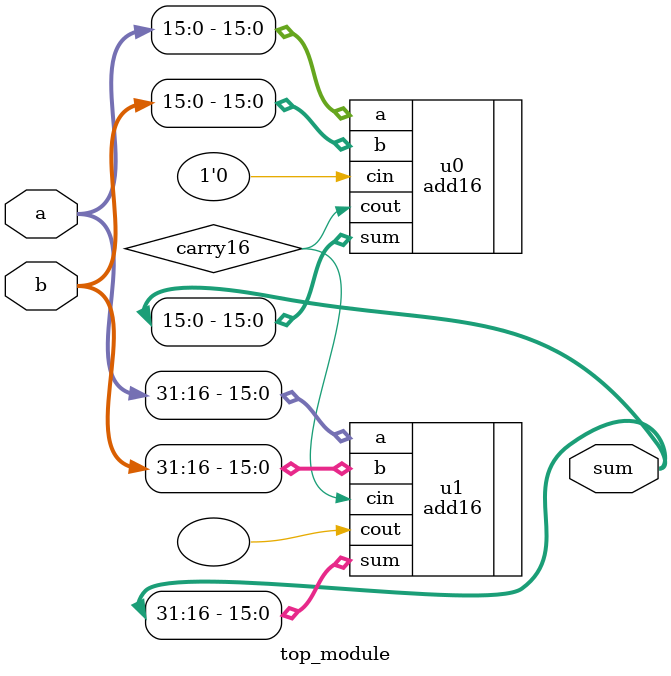
<source format=v>
module add1 (
    input  a,
    input  b,
    input  cin,
    output sum,
    output cout
);
    assign sum  = a ^ b ^ cin;
    assign cout = (a & b) | (a & cin) | (b & cin);
endmodule


// Top 32-bit Adder using two add16 modules
module top_module (
    input  [31:0] a,
    input  [31:0] b,
    output [31:0] sum
);

    wire carry16;

    // Lower 16 bits
    add16 u0 (
        .a    (a[15:0]),
        .b    (b[15:0]),
        .cin  (1'b0),      // no external cin
        .sum  (sum[15:0]),
        .cout (carry16)
    );

    // Upper 16 bits
    add16 u1 (
        .a    (a[31:16]),
        .b    (b[31:16]),
        .cin  (carry16),   // chain carry
        .sum  (sum[31:16]),
        .cout ()           // final cout ignored
    );

endmodule

</source>
